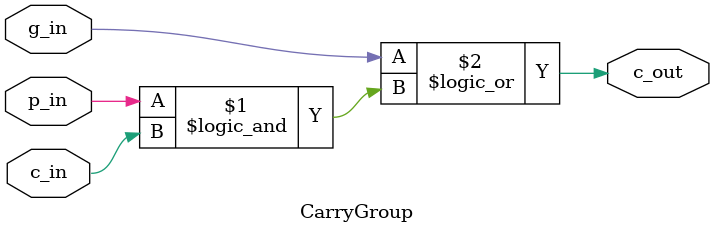
<source format=sv>
`include "preamble.sv"

/**
 * Calculate the carry from a partial full adder.
 */
module CarryGroup (
    output var logic c_out,
    input var  logic p_in,
    input var  logic g_in,
    input var  logic c_in
);
  assign c_out = g_in || p_in && c_in;
endmodule

</source>
